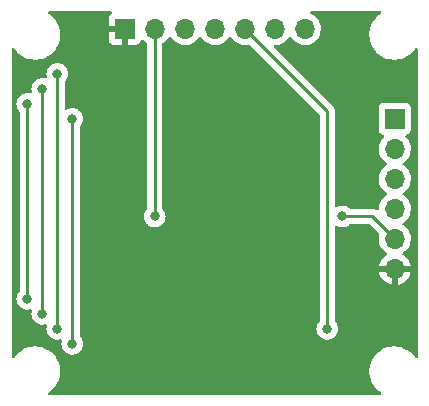
<source format=gbl>
G04 #@! TF.GenerationSoftware,KiCad,Pcbnew,6.0.11+dfsg-1~bpo11+1*
G04 #@! TF.CreationDate,2023-03-04T12:31:31-08:00*
G04 #@! TF.ProjectId,sx1280_breakout,73783132-3830-45f6-9272-65616b6f7574,rev?*
G04 #@! TF.SameCoordinates,Original*
G04 #@! TF.FileFunction,Copper,L2,Bot*
G04 #@! TF.FilePolarity,Positive*
%FSLAX46Y46*%
G04 Gerber Fmt 4.6, Leading zero omitted, Abs format (unit mm)*
G04 Created by KiCad (PCBNEW 6.0.11+dfsg-1~bpo11+1) date 2023-03-04 12:31:31*
%MOMM*%
%LPD*%
G01*
G04 APERTURE LIST*
G04 #@! TA.AperFunction,ComponentPad*
%ADD10R,1.700000X1.700000*%
G04 #@! TD*
G04 #@! TA.AperFunction,ComponentPad*
%ADD11O,1.700000X1.700000*%
G04 #@! TD*
G04 #@! TA.AperFunction,ViaPad*
%ADD12C,0.800000*%
G04 #@! TD*
G04 #@! TA.AperFunction,Conductor*
%ADD13C,0.250000*%
G04 #@! TD*
G04 APERTURE END LIST*
D10*
X132080000Y-91000000D03*
D11*
X134620000Y-91000000D03*
X137160000Y-91000000D03*
X139700000Y-91000000D03*
X142240000Y-91000000D03*
X144780000Y-91000000D03*
X147320000Y-91000000D03*
X154940000Y-111320000D03*
X154940000Y-108780000D03*
X154940000Y-106240000D03*
X154940000Y-103700000D03*
X154940000Y-101160000D03*
D10*
X154940000Y-98620000D03*
D12*
X150495000Y-106875000D03*
X134620000Y-106875000D03*
X149225000Y-116400000D03*
X127635000Y-117670000D03*
X127635000Y-98620000D03*
X126365000Y-116400000D03*
X126365000Y-94810000D03*
X125095000Y-96080000D03*
X125095000Y-115130000D03*
X123825000Y-113860000D03*
X123825000Y-97350000D03*
D13*
X127635000Y-98620000D02*
X127635000Y-117670000D01*
X123825000Y-113860000D02*
X123825000Y-97350000D01*
X125095000Y-115130000D02*
X125095000Y-96080000D01*
X126365000Y-116400000D02*
X126365000Y-94810000D01*
X150495000Y-106875000D02*
X153035000Y-106875000D01*
X153035000Y-106875000D02*
X154940000Y-108780000D01*
X149225000Y-116400000D02*
X149225000Y-97985000D01*
X134620000Y-91000000D02*
X134620000Y-106875000D01*
X149225000Y-97985000D02*
X142240000Y-91000000D01*
G04 #@! TA.AperFunction,Conductor*
G36*
X130928729Y-89528502D02*
G01*
X130975222Y-89582158D01*
X130985326Y-89652432D01*
X130955832Y-89717012D01*
X130936173Y-89735326D01*
X130874276Y-89781715D01*
X130861715Y-89794276D01*
X130785214Y-89896351D01*
X130776676Y-89911946D01*
X130731522Y-90032394D01*
X130727895Y-90047649D01*
X130722369Y-90098514D01*
X130722000Y-90105328D01*
X130722000Y-90727885D01*
X130726475Y-90743124D01*
X130727865Y-90744329D01*
X130735548Y-90746000D01*
X132208000Y-90746000D01*
X132276121Y-90766002D01*
X132322614Y-90819658D01*
X132334000Y-90872000D01*
X132334000Y-92339884D01*
X132338475Y-92355123D01*
X132339865Y-92356328D01*
X132347548Y-92357999D01*
X132974669Y-92357999D01*
X132981490Y-92357629D01*
X133032352Y-92352105D01*
X133047604Y-92348479D01*
X133168054Y-92303324D01*
X133183649Y-92294786D01*
X133285724Y-92218285D01*
X133298285Y-92205724D01*
X133374786Y-92103649D01*
X133383324Y-92088054D01*
X133424225Y-91978952D01*
X133466867Y-91922188D01*
X133533428Y-91897488D01*
X133602777Y-91912696D01*
X133637444Y-91940684D01*
X133662865Y-91970031D01*
X133662869Y-91970035D01*
X133666250Y-91973938D01*
X133838126Y-92116632D01*
X133842593Y-92119242D01*
X133924070Y-92166853D01*
X133972794Y-92218491D01*
X133986500Y-92275641D01*
X133986500Y-106172476D01*
X133966498Y-106240597D01*
X133954142Y-106256779D01*
X133880960Y-106338056D01*
X133785473Y-106503444D01*
X133726458Y-106685072D01*
X133725768Y-106691633D01*
X133725768Y-106691635D01*
X133720007Y-106746453D01*
X133706496Y-106875000D01*
X133726458Y-107064928D01*
X133785473Y-107246556D01*
X133880960Y-107411944D01*
X133885378Y-107416851D01*
X133885379Y-107416852D01*
X133967899Y-107508500D01*
X134008747Y-107553866D01*
X134032831Y-107571364D01*
X134148034Y-107655064D01*
X134163248Y-107666118D01*
X134169276Y-107668802D01*
X134169278Y-107668803D01*
X134331681Y-107741109D01*
X134337712Y-107743794D01*
X134431113Y-107763647D01*
X134518056Y-107782128D01*
X134518061Y-107782128D01*
X134524513Y-107783500D01*
X134715487Y-107783500D01*
X134721939Y-107782128D01*
X134721944Y-107782128D01*
X134808887Y-107763647D01*
X134902288Y-107743794D01*
X134908319Y-107741109D01*
X135070722Y-107668803D01*
X135070724Y-107668802D01*
X135076752Y-107666118D01*
X135091967Y-107655064D01*
X135207169Y-107571364D01*
X135231253Y-107553866D01*
X135272101Y-107508500D01*
X135354621Y-107416852D01*
X135354622Y-107416851D01*
X135359040Y-107411944D01*
X135454527Y-107246556D01*
X135513542Y-107064928D01*
X135533504Y-106875000D01*
X135519993Y-106746453D01*
X135514232Y-106691635D01*
X135514232Y-106691633D01*
X135513542Y-106685072D01*
X135454527Y-106503444D01*
X135359040Y-106338056D01*
X135285863Y-106256785D01*
X135255147Y-106192779D01*
X135253500Y-106172476D01*
X135253500Y-92280427D01*
X135273502Y-92212306D01*
X135314618Y-92172550D01*
X135317994Y-92170896D01*
X135499860Y-92041173D01*
X135658096Y-91883489D01*
X135788453Y-91702077D01*
X135789776Y-91703028D01*
X135836645Y-91659857D01*
X135906580Y-91647625D01*
X135972026Y-91675144D01*
X135999875Y-91706994D01*
X136059987Y-91805088D01*
X136206250Y-91973938D01*
X136378126Y-92116632D01*
X136571000Y-92229338D01*
X136779692Y-92309030D01*
X136784760Y-92310061D01*
X136784763Y-92310062D01*
X136892012Y-92331882D01*
X136998597Y-92353567D01*
X137003772Y-92353757D01*
X137003774Y-92353757D01*
X137216673Y-92361564D01*
X137216677Y-92361564D01*
X137221837Y-92361753D01*
X137226957Y-92361097D01*
X137226959Y-92361097D01*
X137438288Y-92334025D01*
X137438289Y-92334025D01*
X137443416Y-92333368D01*
X137448369Y-92331882D01*
X137652429Y-92270661D01*
X137652434Y-92270659D01*
X137657384Y-92269174D01*
X137857994Y-92170896D01*
X138039860Y-92041173D01*
X138198096Y-91883489D01*
X138328453Y-91702077D01*
X138329776Y-91703028D01*
X138376645Y-91659857D01*
X138446580Y-91647625D01*
X138512026Y-91675144D01*
X138539875Y-91706994D01*
X138599987Y-91805088D01*
X138746250Y-91973938D01*
X138918126Y-92116632D01*
X139111000Y-92229338D01*
X139319692Y-92309030D01*
X139324760Y-92310061D01*
X139324763Y-92310062D01*
X139432012Y-92331882D01*
X139538597Y-92353567D01*
X139543772Y-92353757D01*
X139543774Y-92353757D01*
X139756673Y-92361564D01*
X139756677Y-92361564D01*
X139761837Y-92361753D01*
X139766957Y-92361097D01*
X139766959Y-92361097D01*
X139978288Y-92334025D01*
X139978289Y-92334025D01*
X139983416Y-92333368D01*
X139988369Y-92331882D01*
X140192429Y-92270661D01*
X140192434Y-92270659D01*
X140197384Y-92269174D01*
X140397994Y-92170896D01*
X140579860Y-92041173D01*
X140738096Y-91883489D01*
X140868453Y-91702077D01*
X140869776Y-91703028D01*
X140916645Y-91659857D01*
X140986580Y-91647625D01*
X141052026Y-91675144D01*
X141079875Y-91706994D01*
X141139987Y-91805088D01*
X141286250Y-91973938D01*
X141458126Y-92116632D01*
X141651000Y-92229338D01*
X141859692Y-92309030D01*
X141864760Y-92310061D01*
X141864763Y-92310062D01*
X141972012Y-92331882D01*
X142078597Y-92353567D01*
X142083772Y-92353757D01*
X142083774Y-92353757D01*
X142296673Y-92361564D01*
X142296677Y-92361564D01*
X142301837Y-92361753D01*
X142306957Y-92361097D01*
X142306959Y-92361097D01*
X142518288Y-92334025D01*
X142518289Y-92334025D01*
X142523416Y-92333368D01*
X142528367Y-92331883D01*
X142528370Y-92331882D01*
X142569829Y-92319444D01*
X142640825Y-92319028D01*
X142695131Y-92351035D01*
X148554595Y-98210500D01*
X148588621Y-98272812D01*
X148591500Y-98299595D01*
X148591500Y-115697476D01*
X148571498Y-115765597D01*
X148559142Y-115781779D01*
X148485960Y-115863056D01*
X148390473Y-116028444D01*
X148331458Y-116210072D01*
X148311496Y-116400000D01*
X148331458Y-116589928D01*
X148390473Y-116771556D01*
X148485960Y-116936944D01*
X148613747Y-117078866D01*
X148768248Y-117191118D01*
X148774276Y-117193802D01*
X148774278Y-117193803D01*
X148936681Y-117266109D01*
X148942712Y-117268794D01*
X149036113Y-117288647D01*
X149123056Y-117307128D01*
X149123061Y-117307128D01*
X149129513Y-117308500D01*
X149320487Y-117308500D01*
X149326939Y-117307128D01*
X149326944Y-117307128D01*
X149413887Y-117288647D01*
X149507288Y-117268794D01*
X149513319Y-117266109D01*
X149675722Y-117193803D01*
X149675724Y-117193802D01*
X149681752Y-117191118D01*
X149836253Y-117078866D01*
X149964040Y-116936944D01*
X150059527Y-116771556D01*
X150118542Y-116589928D01*
X150138504Y-116400000D01*
X150118542Y-116210072D01*
X150059527Y-116028444D01*
X149964040Y-115863056D01*
X149890863Y-115781785D01*
X149860147Y-115717779D01*
X149858500Y-115697476D01*
X149858500Y-111587966D01*
X153608257Y-111587966D01*
X153638565Y-111722446D01*
X153641645Y-111732275D01*
X153721770Y-111929603D01*
X153726413Y-111938794D01*
X153837694Y-112120388D01*
X153843777Y-112128699D01*
X153983213Y-112289667D01*
X153990580Y-112296883D01*
X154154434Y-112432916D01*
X154162881Y-112438831D01*
X154346756Y-112546279D01*
X154356042Y-112550729D01*
X154555001Y-112626703D01*
X154564899Y-112629579D01*
X154668250Y-112650606D01*
X154682299Y-112649410D01*
X154686000Y-112639065D01*
X154686000Y-112638517D01*
X155194000Y-112638517D01*
X155198064Y-112652359D01*
X155211478Y-112654393D01*
X155218184Y-112653534D01*
X155228262Y-112651392D01*
X155432255Y-112590191D01*
X155441842Y-112586433D01*
X155633095Y-112492739D01*
X155641945Y-112487464D01*
X155815328Y-112363792D01*
X155823200Y-112357139D01*
X155974052Y-112206812D01*
X155980730Y-112198965D01*
X156105003Y-112026020D01*
X156110313Y-112017183D01*
X156204670Y-111826267D01*
X156208469Y-111816672D01*
X156270377Y-111612910D01*
X156272555Y-111602837D01*
X156273986Y-111591962D01*
X156271775Y-111577778D01*
X156258617Y-111574000D01*
X155212115Y-111574000D01*
X155196876Y-111578475D01*
X155195671Y-111579865D01*
X155194000Y-111587548D01*
X155194000Y-112638517D01*
X154686000Y-112638517D01*
X154686000Y-111592115D01*
X154681525Y-111576876D01*
X154680135Y-111575671D01*
X154672452Y-111574000D01*
X153623225Y-111574000D01*
X153609694Y-111577973D01*
X153608257Y-111587966D01*
X149858500Y-111587966D01*
X149858500Y-107779782D01*
X149878502Y-107711661D01*
X149932158Y-107665168D01*
X150002432Y-107655064D01*
X150037730Y-107667282D01*
X150038248Y-107666118D01*
X150212712Y-107743794D01*
X150306113Y-107763647D01*
X150393056Y-107782128D01*
X150393061Y-107782128D01*
X150399513Y-107783500D01*
X150590487Y-107783500D01*
X150596939Y-107782128D01*
X150596944Y-107782128D01*
X150683887Y-107763647D01*
X150777288Y-107743794D01*
X150783319Y-107741109D01*
X150945722Y-107668803D01*
X150945724Y-107668802D01*
X150951752Y-107666118D01*
X150966967Y-107655064D01*
X151084671Y-107569546D01*
X151106253Y-107553866D01*
X151110668Y-107548963D01*
X151115580Y-107544540D01*
X151116705Y-107545789D01*
X151170014Y-107512949D01*
X151203200Y-107508500D01*
X152720406Y-107508500D01*
X152788527Y-107528502D01*
X152809501Y-107545405D01*
X153589778Y-108325682D01*
X153623804Y-108387994D01*
X153622100Y-108448448D01*
X153600989Y-108524570D01*
X153600441Y-108529700D01*
X153600440Y-108529704D01*
X153596933Y-108562522D01*
X153577251Y-108746695D01*
X153577548Y-108751848D01*
X153577548Y-108751851D01*
X153583011Y-108846590D01*
X153590110Y-108969715D01*
X153591247Y-108974761D01*
X153591248Y-108974767D01*
X153611119Y-109062939D01*
X153639222Y-109187639D01*
X153723266Y-109394616D01*
X153839987Y-109585088D01*
X153986250Y-109753938D01*
X154158126Y-109896632D01*
X154231955Y-109939774D01*
X154280679Y-109991412D01*
X154293750Y-110061195D01*
X154267019Y-110126967D01*
X154226562Y-110160327D01*
X154218457Y-110164546D01*
X154209738Y-110170036D01*
X154039433Y-110297905D01*
X154031726Y-110304748D01*
X153884590Y-110458717D01*
X153878104Y-110466727D01*
X153758098Y-110642649D01*
X153753000Y-110651623D01*
X153663338Y-110844783D01*
X153659775Y-110854470D01*
X153604389Y-111054183D01*
X153605912Y-111062607D01*
X153618292Y-111066000D01*
X156258344Y-111066000D01*
X156271875Y-111062027D01*
X156273180Y-111052947D01*
X156231214Y-110885875D01*
X156227894Y-110876124D01*
X156142972Y-110680814D01*
X156138105Y-110671739D01*
X156022426Y-110492926D01*
X156016136Y-110484757D01*
X155872806Y-110327240D01*
X155865273Y-110320215D01*
X155698139Y-110188222D01*
X155689556Y-110182520D01*
X155652602Y-110162120D01*
X155602631Y-110111687D01*
X155587859Y-110042245D01*
X155612975Y-109975839D01*
X155640327Y-109949232D01*
X155663797Y-109932491D01*
X155819860Y-109821173D01*
X155978096Y-109663489D01*
X156037594Y-109580689D01*
X156105435Y-109486277D01*
X156108453Y-109482077D01*
X156207430Y-109281811D01*
X156272370Y-109068069D01*
X156301529Y-108846590D01*
X156303156Y-108780000D01*
X156284852Y-108557361D01*
X156230431Y-108340702D01*
X156141354Y-108135840D01*
X156020014Y-107948277D01*
X155869670Y-107783051D01*
X155865619Y-107779852D01*
X155865615Y-107779848D01*
X155698414Y-107647800D01*
X155698410Y-107647798D01*
X155694359Y-107644598D01*
X155653053Y-107621796D01*
X155603084Y-107571364D01*
X155588312Y-107501921D01*
X155613428Y-107435516D01*
X155640780Y-107408909D01*
X155684603Y-107377650D01*
X155819860Y-107281173D01*
X155978096Y-107123489D01*
X156108453Y-106942077D01*
X156141605Y-106875000D01*
X156205136Y-106746453D01*
X156205137Y-106746451D01*
X156207430Y-106741811D01*
X156272370Y-106528069D01*
X156301529Y-106306590D01*
X156301611Y-106303240D01*
X156303074Y-106243365D01*
X156303074Y-106243361D01*
X156303156Y-106240000D01*
X156284852Y-106017361D01*
X156230431Y-105800702D01*
X156141354Y-105595840D01*
X156020014Y-105408277D01*
X155869670Y-105243051D01*
X155865619Y-105239852D01*
X155865615Y-105239848D01*
X155698414Y-105107800D01*
X155698410Y-105107798D01*
X155694359Y-105104598D01*
X155653053Y-105081796D01*
X155603084Y-105031364D01*
X155588312Y-104961921D01*
X155613428Y-104895516D01*
X155640780Y-104868909D01*
X155684603Y-104837650D01*
X155819860Y-104741173D01*
X155978096Y-104583489D01*
X156037594Y-104500689D01*
X156105435Y-104406277D01*
X156108453Y-104402077D01*
X156207430Y-104201811D01*
X156272370Y-103988069D01*
X156301529Y-103766590D01*
X156303156Y-103700000D01*
X156284852Y-103477361D01*
X156230431Y-103260702D01*
X156141354Y-103055840D01*
X156020014Y-102868277D01*
X155869670Y-102703051D01*
X155865619Y-102699852D01*
X155865615Y-102699848D01*
X155698414Y-102567800D01*
X155698410Y-102567798D01*
X155694359Y-102564598D01*
X155653053Y-102541796D01*
X155603084Y-102491364D01*
X155588312Y-102421921D01*
X155613428Y-102355516D01*
X155640780Y-102328909D01*
X155684603Y-102297650D01*
X155819860Y-102201173D01*
X155978096Y-102043489D01*
X156037594Y-101960689D01*
X156105435Y-101866277D01*
X156108453Y-101862077D01*
X156207430Y-101661811D01*
X156272370Y-101448069D01*
X156301529Y-101226590D01*
X156303156Y-101160000D01*
X156284852Y-100937361D01*
X156230431Y-100720702D01*
X156141354Y-100515840D01*
X156020014Y-100328277D01*
X156016532Y-100324450D01*
X155872798Y-100166488D01*
X155841746Y-100102642D01*
X155850141Y-100032143D01*
X155895317Y-99977375D01*
X155921761Y-99963706D01*
X156028297Y-99923767D01*
X156036705Y-99920615D01*
X156153261Y-99833261D01*
X156240615Y-99716705D01*
X156291745Y-99580316D01*
X156298500Y-99518134D01*
X156298500Y-97721866D01*
X156291745Y-97659684D01*
X156240615Y-97523295D01*
X156153261Y-97406739D01*
X156036705Y-97319385D01*
X155900316Y-97268255D01*
X155838134Y-97261500D01*
X154041866Y-97261500D01*
X153979684Y-97268255D01*
X153843295Y-97319385D01*
X153726739Y-97406739D01*
X153639385Y-97523295D01*
X153588255Y-97659684D01*
X153581500Y-97721866D01*
X153581500Y-99518134D01*
X153588255Y-99580316D01*
X153639385Y-99716705D01*
X153726739Y-99833261D01*
X153843295Y-99920615D01*
X153851704Y-99923767D01*
X153851705Y-99923768D01*
X153960451Y-99964535D01*
X154017216Y-100007176D01*
X154041916Y-100073738D01*
X154026709Y-100143087D01*
X154007316Y-100169568D01*
X153880629Y-100302138D01*
X153754743Y-100486680D01*
X153660688Y-100689305D01*
X153600989Y-100904570D01*
X153577251Y-101126695D01*
X153577548Y-101131848D01*
X153577548Y-101131851D01*
X153583011Y-101226590D01*
X153590110Y-101349715D01*
X153591247Y-101354761D01*
X153591248Y-101354767D01*
X153611119Y-101442939D01*
X153639222Y-101567639D01*
X153723266Y-101774616D01*
X153839987Y-101965088D01*
X153986250Y-102133938D01*
X154158126Y-102276632D01*
X154228595Y-102317811D01*
X154231445Y-102319476D01*
X154280169Y-102371114D01*
X154293240Y-102440897D01*
X154266509Y-102506669D01*
X154226055Y-102540027D01*
X154213607Y-102546507D01*
X154209474Y-102549610D01*
X154209471Y-102549612D01*
X154185247Y-102567800D01*
X154034965Y-102680635D01*
X153880629Y-102842138D01*
X153754743Y-103026680D01*
X153660688Y-103229305D01*
X153600989Y-103444570D01*
X153577251Y-103666695D01*
X153577548Y-103671848D01*
X153577548Y-103671851D01*
X153583011Y-103766590D01*
X153590110Y-103889715D01*
X153591247Y-103894761D01*
X153591248Y-103894767D01*
X153611119Y-103982939D01*
X153639222Y-104107639D01*
X153723266Y-104314616D01*
X153839987Y-104505088D01*
X153986250Y-104673938D01*
X154158126Y-104816632D01*
X154228595Y-104857811D01*
X154231445Y-104859476D01*
X154280169Y-104911114D01*
X154293240Y-104980897D01*
X154266509Y-105046669D01*
X154226055Y-105080027D01*
X154213607Y-105086507D01*
X154209474Y-105089610D01*
X154209471Y-105089612D01*
X154185247Y-105107800D01*
X154034965Y-105220635D01*
X153880629Y-105382138D01*
X153754743Y-105566680D01*
X153660688Y-105769305D01*
X153600989Y-105984570D01*
X153577251Y-106206695D01*
X153577548Y-106211848D01*
X153577548Y-106211854D01*
X153578632Y-106230656D01*
X153562583Y-106299815D01*
X153511692Y-106349319D01*
X153442116Y-106363450D01*
X153375615Y-106337466D01*
X153366303Y-106330243D01*
X153366302Y-106330243D01*
X153360041Y-106325386D01*
X153352772Y-106322241D01*
X153352768Y-106322238D01*
X153319463Y-106307826D01*
X153308813Y-106302609D01*
X153270060Y-106281305D01*
X153250437Y-106276267D01*
X153231734Y-106269863D01*
X153220420Y-106264967D01*
X153220419Y-106264967D01*
X153213145Y-106261819D01*
X153205322Y-106260580D01*
X153205312Y-106260577D01*
X153169476Y-106254901D01*
X153157856Y-106252495D01*
X153122711Y-106243472D01*
X153122710Y-106243472D01*
X153115030Y-106241500D01*
X153094776Y-106241500D01*
X153075065Y-106239949D01*
X153062886Y-106238020D01*
X153055057Y-106236780D01*
X153047165Y-106237526D01*
X153011039Y-106240941D01*
X152999181Y-106241500D01*
X151203200Y-106241500D01*
X151135079Y-106221498D01*
X151115853Y-106205157D01*
X151115580Y-106205460D01*
X151110668Y-106201037D01*
X151106253Y-106196134D01*
X150951752Y-106083882D01*
X150945724Y-106081198D01*
X150945722Y-106081197D01*
X150783319Y-106008891D01*
X150783318Y-106008891D01*
X150777288Y-106006206D01*
X150675499Y-105984570D01*
X150596944Y-105967872D01*
X150596939Y-105967872D01*
X150590487Y-105966500D01*
X150399513Y-105966500D01*
X150393061Y-105967872D01*
X150393056Y-105967872D01*
X150314501Y-105984570D01*
X150212712Y-106006206D01*
X150206682Y-106008891D01*
X150206681Y-106008891D01*
X150187657Y-106017361D01*
X150038248Y-106083882D01*
X150037323Y-106081804D01*
X149978512Y-106096076D01*
X149911419Y-106072859D01*
X149867528Y-106017055D01*
X149858500Y-105970218D01*
X149858500Y-98063768D01*
X149859027Y-98052585D01*
X149860702Y-98045092D01*
X149860298Y-98032221D01*
X149858562Y-97977002D01*
X149858500Y-97973044D01*
X149858500Y-97945144D01*
X149857994Y-97941134D01*
X149857063Y-97929311D01*
X149855923Y-97893036D01*
X149855674Y-97885111D01*
X149853462Y-97877497D01*
X149853461Y-97877492D01*
X149850023Y-97865659D01*
X149846012Y-97846295D01*
X149844467Y-97834064D01*
X149843474Y-97826203D01*
X149840557Y-97818836D01*
X149840556Y-97818831D01*
X149827198Y-97785092D01*
X149823354Y-97773865D01*
X149821232Y-97766561D01*
X149811018Y-97731407D01*
X149800707Y-97713972D01*
X149792012Y-97696224D01*
X149784552Y-97677383D01*
X149758564Y-97641613D01*
X149752048Y-97631693D01*
X149733580Y-97600465D01*
X149733578Y-97600462D01*
X149729542Y-97593638D01*
X149715221Y-97579317D01*
X149702380Y-97564283D01*
X149695131Y-97554306D01*
X149690472Y-97547893D01*
X149656395Y-97519702D01*
X149647616Y-97511712D01*
X144711318Y-92575413D01*
X144677292Y-92513101D01*
X144682357Y-92442286D01*
X144724904Y-92385450D01*
X144791424Y-92360639D01*
X144805024Y-92360403D01*
X144821698Y-92361015D01*
X144836674Y-92361564D01*
X144836678Y-92361564D01*
X144841837Y-92361753D01*
X144846957Y-92361097D01*
X144846959Y-92361097D01*
X145058288Y-92334025D01*
X145058289Y-92334025D01*
X145063416Y-92333368D01*
X145068369Y-92331882D01*
X145272429Y-92270661D01*
X145272434Y-92270659D01*
X145277384Y-92269174D01*
X145477994Y-92170896D01*
X145659860Y-92041173D01*
X145818096Y-91883489D01*
X145948453Y-91702077D01*
X145949776Y-91703028D01*
X145996645Y-91659857D01*
X146066580Y-91647625D01*
X146132026Y-91675144D01*
X146159875Y-91706994D01*
X146219987Y-91805088D01*
X146366250Y-91973938D01*
X146538126Y-92116632D01*
X146731000Y-92229338D01*
X146939692Y-92309030D01*
X146944760Y-92310061D01*
X146944763Y-92310062D01*
X147052012Y-92331882D01*
X147158597Y-92353567D01*
X147163772Y-92353757D01*
X147163774Y-92353757D01*
X147376673Y-92361564D01*
X147376677Y-92361564D01*
X147381837Y-92361753D01*
X147386957Y-92361097D01*
X147386959Y-92361097D01*
X147598288Y-92334025D01*
X147598289Y-92334025D01*
X147603416Y-92333368D01*
X147608369Y-92331882D01*
X147812429Y-92270661D01*
X147812434Y-92270659D01*
X147817384Y-92269174D01*
X148017994Y-92170896D01*
X148199860Y-92041173D01*
X148358096Y-91883489D01*
X148488453Y-91702077D01*
X148509320Y-91659857D01*
X148585136Y-91506453D01*
X148585137Y-91506451D01*
X148587430Y-91501811D01*
X148652370Y-91288069D01*
X148681529Y-91066590D01*
X148681676Y-91060594D01*
X148683074Y-91003365D01*
X148683074Y-91003361D01*
X148683156Y-91000000D01*
X148664852Y-90777361D01*
X148610431Y-90560702D01*
X148521354Y-90355840D01*
X148400014Y-90168277D01*
X148249670Y-90003051D01*
X148245619Y-89999852D01*
X148245615Y-89999848D01*
X148078414Y-89867800D01*
X148078410Y-89867798D01*
X148074359Y-89864598D01*
X147878789Y-89756638D01*
X147873624Y-89754809D01*
X147869285Y-89753272D01*
X147811750Y-89711677D01*
X147785835Y-89645579D01*
X147799770Y-89575964D01*
X147849129Y-89524933D01*
X147911347Y-89508500D01*
X153668229Y-89508500D01*
X153736350Y-89528502D01*
X153782843Y-89582158D01*
X153792947Y-89652432D01*
X153763453Y-89717012D01*
X153740680Y-89737587D01*
X153569977Y-89857559D01*
X153554892Y-89871577D01*
X153392325Y-90022644D01*
X153359378Y-90053260D01*
X153177287Y-90275732D01*
X153027073Y-90520858D01*
X153025347Y-90524791D01*
X153025346Y-90524792D01*
X152929505Y-90743124D01*
X152911517Y-90784102D01*
X152910342Y-90788229D01*
X152910341Y-90788230D01*
X152886012Y-90873639D01*
X152832756Y-91060594D01*
X152792249Y-91345216D01*
X152792227Y-91349505D01*
X152792226Y-91349512D01*
X152790765Y-91628417D01*
X152790743Y-91632703D01*
X152791302Y-91636947D01*
X152791302Y-91636951D01*
X152807810Y-91762340D01*
X152828268Y-91917734D01*
X152904129Y-92195036D01*
X152905813Y-92198984D01*
X153009591Y-92442286D01*
X153016923Y-92459476D01*
X153028693Y-92479142D01*
X153142616Y-92669493D01*
X153164561Y-92706161D01*
X153344313Y-92930528D01*
X153552851Y-93128423D01*
X153786317Y-93296186D01*
X153790112Y-93298195D01*
X153790113Y-93298196D01*
X153811869Y-93309715D01*
X154040392Y-93430712D01*
X154310373Y-93529511D01*
X154591264Y-93590755D01*
X154619841Y-93593004D01*
X154814282Y-93608307D01*
X154814291Y-93608307D01*
X154816739Y-93608500D01*
X154972271Y-93608500D01*
X154974407Y-93608354D01*
X154974418Y-93608354D01*
X155182548Y-93594165D01*
X155182554Y-93594164D01*
X155186825Y-93593873D01*
X155191020Y-93593004D01*
X155191022Y-93593004D01*
X155327584Y-93564723D01*
X155468342Y-93535574D01*
X155739343Y-93439607D01*
X155994812Y-93307750D01*
X155998313Y-93305289D01*
X155998317Y-93305287D01*
X156112417Y-93225096D01*
X156230023Y-93142441D01*
X156440622Y-92946740D01*
X156622713Y-92724268D01*
X156624948Y-92720621D01*
X156624960Y-92720604D01*
X156658068Y-92666576D01*
X156710715Y-92618945D01*
X156780757Y-92607338D01*
X156845954Y-92635441D01*
X156885608Y-92694332D01*
X156891500Y-92732411D01*
X156891500Y-118765800D01*
X156871498Y-118833921D01*
X156817842Y-118880414D01*
X156747568Y-118890518D01*
X156682988Y-118861024D01*
X156657384Y-118830507D01*
X156642519Y-118805668D01*
X156635439Y-118793839D01*
X156455687Y-118569472D01*
X156247149Y-118371577D01*
X156013683Y-118203814D01*
X155991843Y-118192250D01*
X155968654Y-118179972D01*
X155759608Y-118069288D01*
X155489627Y-117970489D01*
X155208736Y-117909245D01*
X155177685Y-117906801D01*
X154985718Y-117891693D01*
X154985709Y-117891693D01*
X154983261Y-117891500D01*
X154827729Y-117891500D01*
X154825593Y-117891646D01*
X154825582Y-117891646D01*
X154617452Y-117905835D01*
X154617446Y-117905836D01*
X154613175Y-117906127D01*
X154608980Y-117906996D01*
X154608978Y-117906996D01*
X154472416Y-117935277D01*
X154331658Y-117964426D01*
X154060657Y-118060393D01*
X153805188Y-118192250D01*
X153801687Y-118194711D01*
X153801683Y-118194713D01*
X153777297Y-118211852D01*
X153569977Y-118357559D01*
X153554892Y-118371577D01*
X153373469Y-118540166D01*
X153359378Y-118553260D01*
X153177287Y-118775732D01*
X153027073Y-119020858D01*
X152911517Y-119284102D01*
X152910342Y-119288229D01*
X152910341Y-119288230D01*
X152906699Y-119301016D01*
X152832756Y-119560594D01*
X152792249Y-119845216D01*
X152792227Y-119849505D01*
X152792226Y-119849512D01*
X152790765Y-120128417D01*
X152790743Y-120132703D01*
X152828268Y-120417734D01*
X152904129Y-120695036D01*
X153016923Y-120959476D01*
X153164561Y-121206161D01*
X153344313Y-121430528D01*
X153552851Y-121628423D01*
X153575787Y-121644904D01*
X153740382Y-121763178D01*
X153784030Y-121819172D01*
X153790476Y-121889876D01*
X153757673Y-121952840D01*
X153696037Y-121988074D01*
X153666856Y-121991500D01*
X125731771Y-121991500D01*
X125663650Y-121971498D01*
X125617157Y-121917842D01*
X125607053Y-121847568D01*
X125636547Y-121782988D01*
X125659320Y-121762413D01*
X125830023Y-121642441D01*
X126040622Y-121446740D01*
X126222713Y-121224268D01*
X126372927Y-120979142D01*
X126488483Y-120715898D01*
X126567244Y-120439406D01*
X126607751Y-120154784D01*
X126607845Y-120136951D01*
X126609235Y-119871583D01*
X126609235Y-119871576D01*
X126609257Y-119867297D01*
X126571732Y-119582266D01*
X126495871Y-119304964D01*
X126383077Y-119040524D01*
X126277764Y-118864559D01*
X126237643Y-118797521D01*
X126237639Y-118797515D01*
X126235439Y-118793839D01*
X126055687Y-118569472D01*
X125847149Y-118371577D01*
X125613683Y-118203814D01*
X125591843Y-118192250D01*
X125568654Y-118179972D01*
X125359608Y-118069288D01*
X125089627Y-117970489D01*
X124808736Y-117909245D01*
X124777685Y-117906801D01*
X124585718Y-117891693D01*
X124585709Y-117891693D01*
X124583261Y-117891500D01*
X124427729Y-117891500D01*
X124425593Y-117891646D01*
X124425582Y-117891646D01*
X124217452Y-117905835D01*
X124217446Y-117905836D01*
X124213175Y-117906127D01*
X124208980Y-117906996D01*
X124208978Y-117906996D01*
X124072416Y-117935277D01*
X123931658Y-117964426D01*
X123660657Y-118060393D01*
X123405188Y-118192250D01*
X123401687Y-118194711D01*
X123401683Y-118194713D01*
X123377297Y-118211852D01*
X123169977Y-118357559D01*
X123154892Y-118371577D01*
X122973469Y-118540166D01*
X122959378Y-118553260D01*
X122777287Y-118775732D01*
X122775052Y-118779379D01*
X122775040Y-118779396D01*
X122741932Y-118833424D01*
X122689285Y-118881055D01*
X122619243Y-118892662D01*
X122554046Y-118864559D01*
X122514392Y-118805668D01*
X122508500Y-118767589D01*
X122508500Y-113860000D01*
X122911496Y-113860000D01*
X122931458Y-114049928D01*
X122990473Y-114231556D01*
X123085960Y-114396944D01*
X123213747Y-114538866D01*
X123368248Y-114651118D01*
X123374276Y-114653802D01*
X123374278Y-114653803D01*
X123536681Y-114726109D01*
X123542712Y-114728794D01*
X123636113Y-114748647D01*
X123723056Y-114767128D01*
X123723061Y-114767128D01*
X123729513Y-114768500D01*
X123920487Y-114768500D01*
X123926939Y-114767128D01*
X123926944Y-114767128D01*
X124068716Y-114736993D01*
X124139507Y-114742395D01*
X124196139Y-114785212D01*
X124220633Y-114851850D01*
X124214746Y-114899176D01*
X124201458Y-114940072D01*
X124181496Y-115130000D01*
X124201458Y-115319928D01*
X124260473Y-115501556D01*
X124355960Y-115666944D01*
X124483747Y-115808866D01*
X124638248Y-115921118D01*
X124644276Y-115923802D01*
X124644278Y-115923803D01*
X124806681Y-115996109D01*
X124812712Y-115998794D01*
X124906113Y-116018647D01*
X124993056Y-116037128D01*
X124993061Y-116037128D01*
X124999513Y-116038500D01*
X125190487Y-116038500D01*
X125196939Y-116037128D01*
X125196944Y-116037128D01*
X125338716Y-116006993D01*
X125409507Y-116012395D01*
X125466139Y-116055212D01*
X125490633Y-116121850D01*
X125484746Y-116169176D01*
X125471458Y-116210072D01*
X125451496Y-116400000D01*
X125471458Y-116589928D01*
X125530473Y-116771556D01*
X125625960Y-116936944D01*
X125753747Y-117078866D01*
X125908248Y-117191118D01*
X125914276Y-117193802D01*
X125914278Y-117193803D01*
X126076681Y-117266109D01*
X126082712Y-117268794D01*
X126176113Y-117288647D01*
X126263056Y-117307128D01*
X126263061Y-117307128D01*
X126269513Y-117308500D01*
X126460487Y-117308500D01*
X126466939Y-117307128D01*
X126466944Y-117307128D01*
X126608716Y-117276993D01*
X126679507Y-117282395D01*
X126736139Y-117325212D01*
X126760633Y-117391850D01*
X126754746Y-117439176D01*
X126741458Y-117480072D01*
X126721496Y-117670000D01*
X126741458Y-117859928D01*
X126800473Y-118041556D01*
X126803776Y-118047278D01*
X126803777Y-118047279D01*
X126816484Y-118069288D01*
X126895960Y-118206944D01*
X127023747Y-118348866D01*
X127178248Y-118461118D01*
X127184276Y-118463802D01*
X127184278Y-118463803D01*
X127346681Y-118536109D01*
X127352712Y-118538794D01*
X127446112Y-118558647D01*
X127533056Y-118577128D01*
X127533061Y-118577128D01*
X127539513Y-118578500D01*
X127730487Y-118578500D01*
X127736939Y-118577128D01*
X127736944Y-118577128D01*
X127823888Y-118558647D01*
X127917288Y-118538794D01*
X127923319Y-118536109D01*
X128085722Y-118463803D01*
X128085724Y-118463802D01*
X128091752Y-118461118D01*
X128246253Y-118348866D01*
X128374040Y-118206944D01*
X128453516Y-118069288D01*
X128466223Y-118047279D01*
X128466224Y-118047278D01*
X128469527Y-118041556D01*
X128528542Y-117859928D01*
X128548504Y-117670000D01*
X128528542Y-117480072D01*
X128469527Y-117298444D01*
X128374040Y-117133056D01*
X128300863Y-117051785D01*
X128270147Y-116987779D01*
X128268500Y-116967476D01*
X128268500Y-99322524D01*
X128288502Y-99254403D01*
X128300858Y-99238221D01*
X128374040Y-99156944D01*
X128469527Y-98991556D01*
X128528542Y-98809928D01*
X128548504Y-98620000D01*
X128528542Y-98430072D01*
X128469527Y-98248444D01*
X128374040Y-98083056D01*
X128246253Y-97941134D01*
X128108536Y-97841076D01*
X128097094Y-97832763D01*
X128097093Y-97832762D01*
X128091752Y-97828882D01*
X128085724Y-97826198D01*
X128085722Y-97826197D01*
X127923319Y-97753891D01*
X127923318Y-97753891D01*
X127917288Y-97751206D01*
X127795331Y-97725283D01*
X127736944Y-97712872D01*
X127736939Y-97712872D01*
X127730487Y-97711500D01*
X127539513Y-97711500D01*
X127533061Y-97712872D01*
X127533056Y-97712872D01*
X127474669Y-97725283D01*
X127352712Y-97751206D01*
X127346682Y-97753891D01*
X127346681Y-97753891D01*
X127276602Y-97785092D01*
X127178248Y-97828882D01*
X127177323Y-97826804D01*
X127118512Y-97841076D01*
X127051419Y-97817859D01*
X127007528Y-97762055D01*
X126998500Y-97715218D01*
X126998500Y-95512524D01*
X127018502Y-95444403D01*
X127030858Y-95428221D01*
X127104040Y-95346944D01*
X127199527Y-95181556D01*
X127258542Y-94999928D01*
X127278504Y-94810000D01*
X127258542Y-94620072D01*
X127199527Y-94438444D01*
X127104040Y-94273056D01*
X126976253Y-94131134D01*
X126821752Y-94018882D01*
X126815724Y-94016198D01*
X126815722Y-94016197D01*
X126653319Y-93943891D01*
X126653318Y-93943891D01*
X126647288Y-93941206D01*
X126553888Y-93921353D01*
X126466944Y-93902872D01*
X126466939Y-93902872D01*
X126460487Y-93901500D01*
X126269513Y-93901500D01*
X126263061Y-93902872D01*
X126263056Y-93902872D01*
X126176112Y-93921353D01*
X126082712Y-93941206D01*
X126076682Y-93943891D01*
X126076681Y-93943891D01*
X125914278Y-94016197D01*
X125914276Y-94016198D01*
X125908248Y-94018882D01*
X125753747Y-94131134D01*
X125625960Y-94273056D01*
X125530473Y-94438444D01*
X125471458Y-94620072D01*
X125451496Y-94810000D01*
X125471458Y-94999928D01*
X125473498Y-95006206D01*
X125484746Y-95040824D01*
X125486774Y-95111791D01*
X125450111Y-95172589D01*
X125386399Y-95203915D01*
X125338716Y-95203007D01*
X125196944Y-95172872D01*
X125196939Y-95172872D01*
X125190487Y-95171500D01*
X124999513Y-95171500D01*
X124993061Y-95172872D01*
X124993056Y-95172872D01*
X124925279Y-95187279D01*
X124812712Y-95211206D01*
X124806682Y-95213891D01*
X124806681Y-95213891D01*
X124644278Y-95286197D01*
X124644276Y-95286198D01*
X124638248Y-95288882D01*
X124483747Y-95401134D01*
X124355960Y-95543056D01*
X124260473Y-95708444D01*
X124201458Y-95890072D01*
X124181496Y-96080000D01*
X124201458Y-96269928D01*
X124203498Y-96276206D01*
X124214746Y-96310824D01*
X124216774Y-96381791D01*
X124180111Y-96442589D01*
X124116399Y-96473915D01*
X124068716Y-96473007D01*
X123926944Y-96442872D01*
X123926939Y-96442872D01*
X123920487Y-96441500D01*
X123729513Y-96441500D01*
X123723061Y-96442872D01*
X123723056Y-96442872D01*
X123636112Y-96461353D01*
X123542712Y-96481206D01*
X123536682Y-96483891D01*
X123536681Y-96483891D01*
X123374278Y-96556197D01*
X123374276Y-96556198D01*
X123368248Y-96558882D01*
X123213747Y-96671134D01*
X123085960Y-96813056D01*
X122990473Y-96978444D01*
X122931458Y-97160072D01*
X122911496Y-97350000D01*
X122912186Y-97356565D01*
X122930594Y-97531703D01*
X122931458Y-97539928D01*
X122990473Y-97721556D01*
X123085960Y-97886944D01*
X123159137Y-97968215D01*
X123189853Y-98032221D01*
X123191500Y-98052524D01*
X123191500Y-113157476D01*
X123171498Y-113225597D01*
X123159142Y-113241779D01*
X123085960Y-113323056D01*
X122990473Y-113488444D01*
X122931458Y-113670072D01*
X122911496Y-113860000D01*
X122508500Y-113860000D01*
X122508500Y-92734200D01*
X122528502Y-92666079D01*
X122582158Y-92619586D01*
X122652432Y-92609482D01*
X122717012Y-92638976D01*
X122742615Y-92669492D01*
X122764561Y-92706161D01*
X122944313Y-92930528D01*
X123152851Y-93128423D01*
X123386317Y-93296186D01*
X123390112Y-93298195D01*
X123390113Y-93298196D01*
X123411869Y-93309715D01*
X123640392Y-93430712D01*
X123910373Y-93529511D01*
X124191264Y-93590755D01*
X124219841Y-93593004D01*
X124414282Y-93608307D01*
X124414291Y-93608307D01*
X124416739Y-93608500D01*
X124572271Y-93608500D01*
X124574407Y-93608354D01*
X124574418Y-93608354D01*
X124782548Y-93594165D01*
X124782554Y-93594164D01*
X124786825Y-93593873D01*
X124791020Y-93593004D01*
X124791022Y-93593004D01*
X124927584Y-93564723D01*
X125068342Y-93535574D01*
X125339343Y-93439607D01*
X125594812Y-93307750D01*
X125598313Y-93305289D01*
X125598317Y-93305287D01*
X125712417Y-93225096D01*
X125830023Y-93142441D01*
X126040622Y-92946740D01*
X126222713Y-92724268D01*
X126372927Y-92479142D01*
X126426268Y-92357629D01*
X126486757Y-92219830D01*
X126488483Y-92215898D01*
X126491507Y-92205284D01*
X126558520Y-91970031D01*
X126567244Y-91939406D01*
X126573611Y-91894669D01*
X130722001Y-91894669D01*
X130722371Y-91901490D01*
X130727895Y-91952352D01*
X130731521Y-91967604D01*
X130776676Y-92088054D01*
X130785214Y-92103649D01*
X130861715Y-92205724D01*
X130874276Y-92218285D01*
X130976351Y-92294786D01*
X130991946Y-92303324D01*
X131112394Y-92348478D01*
X131127649Y-92352105D01*
X131178514Y-92357631D01*
X131185328Y-92358000D01*
X131807885Y-92358000D01*
X131823124Y-92353525D01*
X131824329Y-92352135D01*
X131826000Y-92344452D01*
X131826000Y-91272115D01*
X131821525Y-91256876D01*
X131820135Y-91255671D01*
X131812452Y-91254000D01*
X130740116Y-91254000D01*
X130724877Y-91258475D01*
X130723672Y-91259865D01*
X130722001Y-91267548D01*
X130722001Y-91894669D01*
X126573611Y-91894669D01*
X126607751Y-91654784D01*
X126607845Y-91636951D01*
X126609235Y-91371583D01*
X126609235Y-91371576D01*
X126609257Y-91367297D01*
X126598827Y-91288069D01*
X126572292Y-91086522D01*
X126571732Y-91082266D01*
X126495871Y-90804964D01*
X126391684Y-90560702D01*
X126384763Y-90544476D01*
X126384761Y-90544472D01*
X126383077Y-90540524D01*
X126269944Y-90351492D01*
X126237643Y-90297521D01*
X126237640Y-90297517D01*
X126235439Y-90293839D01*
X126055687Y-90069472D01*
X125889689Y-89911946D01*
X125850258Y-89874527D01*
X125850255Y-89874525D01*
X125847149Y-89871577D01*
X125659618Y-89736821D01*
X125615970Y-89680828D01*
X125609524Y-89610124D01*
X125642327Y-89547160D01*
X125703963Y-89511926D01*
X125733144Y-89508500D01*
X130860608Y-89508500D01*
X130928729Y-89528502D01*
G37*
G04 #@! TD.AperFunction*
M02*

</source>
